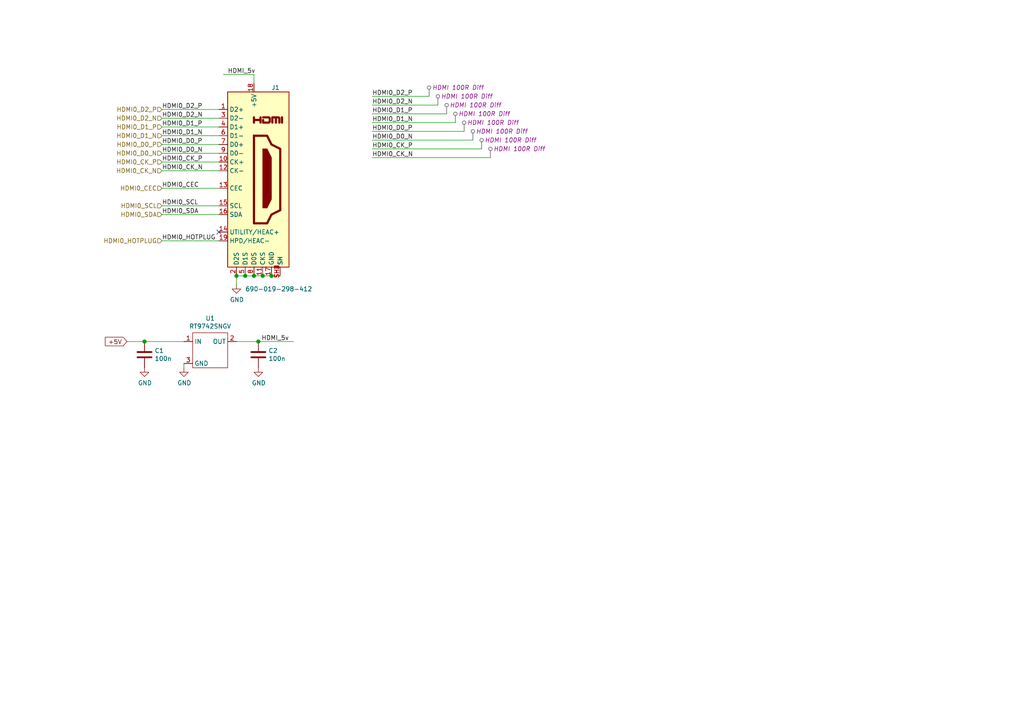
<source format=kicad_sch>
(kicad_sch (version 20230121) (generator eeschema)
  (paper "A4")
  (lib_symbols
    (symbol "CM4IO:HDMI_A_1.4"
      (property "Reference" "J" (at -6.35 26.67 0))
      (property "Value" "HDMI_A_1.4" (at 10.16 26.67 0))
      (symbol "HDMI_A_1.4_0_0"
        (polyline (pts (xy 8.128 16.51) (xy 8.128 18.034)) (stroke (width 0.635)))
        (polyline (pts (xy 0 16.51) (xy 0 18.034) (xy 0 17.272) (xy 1.905 17.272) (xy 1.905 18.034) (xy 1.905 16.51)) (stroke (width 0.635)))
        (polyline (pts (xy 2.667 18.034) (xy 4.318 18.034) (xy 4.572 17.78) (xy 4.572 16.764) (xy 4.318 16.51) (xy 2.667 16.51) (xy 2.667 17.272)) (stroke (width 0.635)))
        (pin passive line (at 7.62 -27.94 90) (length 2.54) (name "SH") (number "SH2"))
        (pin passive line (at 7.62 -27.94 90) (length 2.54) (name "SH") (number "SH3"))
        (pin passive line (at 7.62 -27.94 90) (length 2.54) (name "SH") (number "SH4"))
      )
      (symbol "HDMI_A_1.4_0_1"
        (rectangle (start -7.62 25.4) (end 10.16 -25.4) (stroke (width 0.254)) (fill (type background)))
        (polyline (pts (xy 2.54 8.89) (xy 3.81 8.89) (xy 5.08 6.35) (xy 5.08 -5.715) (xy 3.81 -8.255) (xy 2.54 -8.255) (xy 2.54 8.89)) (fill (type outline)))
        (polyline (pts (xy 5.334 16.51) (xy 5.334 18.034) (xy 6.35 18.034) (xy 6.35 16.51) (xy 6.35 18.034) (xy 7.112 18.034) (xy 7.366 17.78) (xy 7.366 16.51)) (stroke (width 0.635)))
        (polyline (pts (xy 0 12.7) (xy 0 -12.7) (xy 3.81 -12.7) (xy 5.08 -10.16) (xy 7.62 -8.89) (xy 7.62 8.89) (xy 5.08 10.16) (xy 3.81 12.7) (xy 0 12.7)) (stroke (width 0.635)))
      )
      (symbol "HDMI_A_1.4_1_1"
        (pin passive line (at -10.16 20.32 0) (length 2.54) (name "D2+") (number "1"))
        (pin passive line (at -10.16 5.08 0) (length 2.54) (name "CK+") (number "10"))
        (pin power_in line (at 2.54 -27.94 90) (length 2.54) (name "CKS") (number "11"))
        (pin passive line (at -10.16 2.54 0) (length 2.54) (name "CK-") (number "12"))
        (pin bidirectional line (at -10.16 -2.54 0) (length 2.54) (name "CEC") (number "13"))
        (pin passive line (at -10.16 -15.24 0) (length 2.54) (name "UTILITY/HEAC+") (number "14"))
        (pin passive line (at -10.16 -7.62 0) (length 2.54) (name "SCL") (number "15"))
        (pin bidirectional line (at -10.16 -10.16 0) (length 2.54) (name "SDA") (number "16"))
        (pin power_in line (at 5.08 -27.94 90) (length 2.54) (name "GND") (number "17"))
        (pin power_in line (at 0 27.94 270) (length 2.54) (name "+5V") (number "18"))
        (pin passive line (at -10.16 -17.78 0) (length 2.54) (name "HPD/HEAC-") (number "19"))
        (pin power_in line (at -5.08 -27.94 90) (length 2.54) (name "D2S") (number "2"))
        (pin passive line (at -10.16 17.78 0) (length 2.54) (name "D2-") (number "3"))
        (pin passive line (at -10.16 15.24 0) (length 2.54) (name "D1+") (number "4"))
        (pin power_in line (at -2.54 -27.94 90) (length 2.54) (name "D1S") (number "5"))
        (pin passive line (at -10.16 12.7 0) (length 2.54) (name "D1-") (number "6"))
        (pin passive line (at -10.16 10.16 0) (length 2.54) (name "D0+") (number "7"))
        (pin power_in line (at 0 -27.94 90) (length 2.54) (name "D0S") (number "8"))
        (pin passive line (at -10.16 7.62 0) (length 2.54) (name "D0-") (number "9"))
        (pin passive line (at 7.62 -27.94 90) (length 2.54) (name "SH") (number "SH1"))
      )
    )
    (symbol "CM4IO:RT9742SNGV"
      (property "Reference" "U12" (at 2.54 10.541 0))
      (property "Value" "RT9742SNGV" (at 2.54 8.2296 0))
      (symbol "RT9742SNGV_0_1"
        (rectangle (start -2.54 6.35) (end 7.62 -3.81))
      )
      (symbol "RT9742SNGV_1_1"
        (pin power_in line (at -5.08 3.81 0) (length 2.54) (name "IN") (number "1"))
        (pin output line (at 10.16 3.81 180) (length 2.54) (name "OUT") (number "2"))
        (pin power_in line (at -5.08 -2.54 0) (length 2.54) (name "GND") (number "3"))
      )
    )
    (symbol "Device:C" (pin_numbers hide) (pin_names (offset 0.254))
      (property "Reference" "C" (at 0.635 2.54 0))
      (property "Value" "C" (at 0.635 -2.54 0))
      (symbol "C_0_1"
        (polyline (pts (xy -2.032 -0.762) (xy 2.032 -0.762)) (stroke (width 0.508)))
        (polyline (pts (xy -2.032 0.762) (xy 2.032 0.762)) (stroke (width 0.508)))
      )
      (symbol "C_1_1"
        (pin passive line (at 0 3.81 270) (length 2.794) (name "~") (number "1"))
        (pin passive line (at 0 -3.81 90) (length 2.794) (name "~") (number "2"))
      )
    )
    (symbol "power:GND" (power) (pin_names (offset 0))
      (property "Value" "GND" (at 0 -3.81 0))
      (symbol "GND_0_1"
        (polyline (pts (xy 0 0) (xy 0 -1.27) (xy 1.27 -1.27) (xy 0 -2.54) (xy -1.27 -1.27) (xy 0 -1.27)))
      )
      (symbol "GND_1_1"
        (pin power_in line (at 0 0 270) (length 0) hide (name "GND") (number "1"))
      )
    )
  )
  (junction (at 41.91 99.06) (diameter 1.016))
  (junction (at 78.74 80.01) (diameter 1.016))
  (junction (at 68.58 80.01) (diameter 1.016))
  (junction (at 76.2 80.01) (diameter 1.016))
  (junction (at 71.12 80.01) (diameter 1.016))
  (junction (at 74.93 99.06) (diameter 1.016))
  (junction (at 73.66 80.01) (diameter 1.016))
  (no_connect (at 63.5 67.31))
  (wire (pts (xy 78.74 80.01) (xy 81.28 80.01)))
  (wire (pts (xy 46.99 69.85) (xy 63.5 69.85)))
  (wire (pts (xy 36.83 99.06) (xy 41.91 99.06)))
  (wire (pts (xy 73.66 80.01) (xy 76.2 80.01)))
  (wire (pts (xy 68.58 80.01) (xy 71.12 80.01)))
  (wire (pts (xy 68.58 80.01) (xy 68.58 82.55)))
  (wire (pts (xy 107.95 40.64) (xy 137.16 40.64)))
  (wire (pts (xy 46.99 34.29) (xy 63.5 34.29)))
  (wire (pts (xy 46.99 54.61) (xy 63.5 54.61)))
  (wire (pts (xy 107.95 43.18) (xy 139.7 43.18)))
  (wire (pts (xy 107.95 45.72) (xy 142.24 45.72)))
  (wire (pts (xy 73.66 21.59) (xy 73.66 24.13)))
  (wire (pts (xy 53.34 105.41) (xy 53.34 106.68)))
  (wire (pts (xy 74.93 99.06) (xy 85.09 99.06)))
  (wire (pts (xy 46.99 49.53) (xy 63.5 49.53)))
  (wire (pts (xy 107.95 33.02) (xy 129.54 33.02)))
  (wire (pts (xy 46.99 46.99) (xy 63.5 46.99)))
  (wire (pts (xy 76.2 80.01) (xy 78.74 80.01)))
  (wire (pts (xy 71.12 80.01) (xy 73.66 80.01)))
  (wire (pts (xy 107.95 27.94) (xy 124.46 27.94)))
  (wire (pts (xy 46.99 62.23) (xy 63.5 62.23)))
  (wire (pts (xy 107.95 35.56) (xy 132.08 35.56)))
  (wire (pts (xy 46.99 31.75) (xy 63.5 31.75)))
  (wire (pts (xy 46.99 41.91) (xy 63.5 41.91)))
  (wire (pts (xy 64.77 21.59) (xy 73.66 21.59)))
  (wire (pts (xy 46.99 36.83) (xy 63.5 36.83)))
  (wire (pts (xy 107.95 30.48) (xy 127 30.48)))
  (wire (pts (xy 46.99 59.69) (xy 63.5 59.69)))
  (wire (pts (xy 41.91 99.06) (xy 53.34 99.06)))
  (wire (pts (xy 107.95 38.1) (xy 134.62 38.1)))
  (wire (pts (xy 46.99 39.37) (xy 63.5 39.37)))
  (wire (pts (xy 46.99 44.45) (xy 63.5 44.45)))
  (wire (pts (xy 68.58 99.06) (xy 74.93 99.06)))
  (label "HDMI0_SCL" (at 46.99 59.69 0))
  (label "HDMI0_D1_N" (at 46.99 39.37 0))
  (label "HDMI0_D0_P" (at 46.99 41.91 0))
  (label "HDMI0_D0_N" (at 107.95 40.64 0))
  (label "HDMI0_CEC" (at 46.99 54.61 0))
  (label "HDMI0_CK_P" (at 107.95 43.18 0))
  (label "HDMI0_D2_P" (at 107.95 27.94 0))
  (label "HDMI0_D2_N" (at 107.95 30.48 0))
  (label "HDMI0_SDA" (at 46.99 62.23 0))
  (label "HDMI0_D1_N" (at 107.95 35.56 0))
  (label "HDMI0_D1_P" (at 107.95 33.02 0))
  (label "HDMI0_D0_P" (at 107.95 38.1 0))
  (label "HDMI_5v" (at 66.04 21.59 0))
  (label "HDMI0_D2_N" (at 46.99 34.29 0))
  (label "HDMI0_D1_P" (at 46.99 36.83 0))
  (label "HDMI0_CK_P" (at 46.99 46.99 0))
  (label "HDMI0_D2_P" (at 46.99 31.75 0))
  (label "HDMI0_D0_N" (at 46.99 44.45 0))
  (label "HDMI_5v" (at 83.82 99.06 180))
  (label "HDMI0_CK_N" (at 46.99 49.53 0))
  (label "HDMI0_HOTPLUG" (at 46.99 69.85 0))
  (label "HDMI0_CK_N" (at 107.95 45.72 0))
  (global_label "+5V" (shape input) (at 36.83 99.06 180) (property "Intersheetrefs" "${INTERSHEET_REFS}" (effects hide)))
  (hierarchical_label "HDMI0_HOTPLUG" (shape input) (at 46.99 69.85 180))
  (hierarchical_label "HDMI0_CEC" (shape input) (at 46.99 54.61 180))
  (hierarchical_label "HDMI0_CK_N" (shape input) (at 46.99 49.53 180))
  (hierarchical_label "HDMI0_CK_P" (shape input) (at 46.99 46.99 180))
  (hierarchical_label "HDMI0_SCL" (shape input) (at 46.99 59.69 180))
  (hierarchical_label "HDMI0_D2_N" (shape input) (at 46.99 34.29 180))
  (hierarchical_label "HDMI0_D0_N" (shape input) (at 46.99 44.45 180))
  (hierarchical_label "HDMI0_D1_P" (shape input) (at 46.99 36.83 180))
  (hierarchical_label "HDMI0_D2_P" (shape input) (at 46.99 31.75 180))
  (hierarchical_label "HDMI0_SDA" (shape input) (at 46.99 62.23 180))
  (hierarchical_label "HDMI0_D1_N" (shape input) (at 46.99 39.37 180))
  (hierarchical_label "HDMI0_D0_P" (shape input) (at 46.99 41.91 180))
  (netclass_flag "" (length 2.54) (shape round) (at 137.16 40.64 0) (property "Netclass" "HDMI 100R Diff" (at 138.049 38.1 0) (effects (font italic) (justify left))))
  (netclass_flag "" (length 2.54) (shape round) (at 139.7 43.18 0) (property "Netclass" "HDMI 100R Diff" (at 140.589 40.64 0) (effects (font italic) (justify left))))
  (netclass_flag "" (length 2.54) (shape round) (at 127 30.48 0) (property "Netclass" "HDMI 100R Diff" (at 127.889 27.94 0) (effects (font italic) (justify left))))
  (netclass_flag "" (length 2.54) (shape round) (at 134.62 38.1 0) (property "Netclass" "HDMI 100R Diff" (at 135.509 35.56 0) (effects (font italic) (justify left))))
  (netclass_flag "" (length 2.54) (shape round) (at 129.54 33.02 0) (property "Netclass" "HDMI 100R Diff" (at 130.429 30.48 0) (effects (font italic) (justify left))))
  (netclass_flag "" (length 2.54) (shape round) (at 124.46 27.94 0) (property "Netclass" "HDMI 100R Diff" (at 125.349 25.4 0) (effects (font italic) (justify left))))
  (netclass_flag "" (length 2.54) (shape round) (at 142.24 45.72 0) (property "Netclass" "HDMI 100R Diff" (at 143.129 43.18 0) (effects (font italic) (justify left))))
  (netclass_flag "" (length 2.54) (shape round) (at 132.08 35.56 0) (property "Netclass" "HDMI 100R Diff" (at 132.969 33.02 0) (effects (font italic) (justify left))))
  (symbol (lib_id "power:GND") (at 68.58 82.55 0) (unit 1)
    (property "Reference" "#PWR07" (effects hide))
    (property "Value" "GND" (at 68.707 86.9442 0))
    (instances (project "rpi-cm4-base-carrier" (path "" (reference "#PWR07") (unit 1))) (project "CM4IOv5" (path "" (reference "#PWR0128") (unit 1))))
  )
  (symbol (lib_id "Device:C") (at 74.93 102.87 0) (unit 1)
    (property "Reference" "C2" (at 77.851 101.7016 0) (effects (justify left)))
    (property "Value" "100n" (at 77.851 104.013 0) (effects (justify left)))
    (property "Footprint" "Capacitor_SMD:C_0402_1005Metric" (effects hide))
    (property "Datasheet" "https://search.murata.co.jp/Ceramy/image/img/A01X/G101/ENG/GRM155R71C104KA88-01.pdf" (effects hide))
    (property "Field4" "Farnell" (effects hide))
    (property "Field5" "2611911" (effects hide))
    (property "Field6" "RM EMK105 B7104KV-F" (effects hide))
    (property "Field7" "TAIYO YUDEN EUROPE GMBH" (effects hide))
    (property "Part Description" "	0.1uF 10% 16V Ceramic Capacitor X7R 0402 (1005 Metric)" (effects hide))
    (property "Field8" "110091611" (effects hide))
    (instances (project "rpi-cm4-base-carrier" (path "" (reference "C2") (unit 1))) (project "CM4IOv5" (path "" (reference "C13") (unit 1))))
  )
  (symbol (lib_id "power:GND") (at 53.34 106.68 0) (unit 1)
    (property "Reference" "#PWR06" (effects hide))
    (property "Value" "GND" (at 53.467 111.0742 0))
    (instances (project "rpi-cm4-base-carrier" (path "" (reference "#PWR06") (unit 1))) (project "CM4IOv5" (path "" (reference "#PWR0138") (unit 1))))
  )
  (symbol (lib_id "CM4IO:RT9742SNGV") (at 58.42 102.87 0) (unit 1)
    (property "Reference" "U1" (at 60.96 92.329 0))
    (property "Value" "RT9742SNGV" (at 60.96 94.6404 0))
    (property "Footprint" "Package_TO_SOT_SMD:SOT-23" (effects hide))
    (property "Datasheet" "https://www.richtek.com/assets/product_file/RT9742/DS9742-09.pdf" (effects hide))
    (property "Field4" "Farnell" (effects hide))
    (property "Field5" "2575555" (effects hide))
    (property "Field6" "RT9742SNGV" (effects hide))
    (property "Field7" "RichTek" (effects hide))
    (property "Part Description" "Power Switch/Driver 1:1 N-Channel 500mA SOT-23-3" (effects hide))
    (property "Field8" "USWI00155" (effects hide))
    (instances (project "rpi-cm4-base-carrier" (path "" (reference "U1") (unit 1))) (project "CM4IOv5" (path "" (reference "U12") (unit 1))))
  )
  (symbol (lib_id "Device:C") (at 41.91 102.87 0) (unit 1)
    (property "Reference" "C1" (at 44.831 101.7016 0) (effects (justify left)))
    (property "Value" "100n" (at 44.831 104.013 0) (effects (justify left)))
    (property "Footprint" "Capacitor_SMD:C_0402_1005Metric" (effects hide))
    (property "Datasheet" "https://search.murata.co.jp/Ceramy/image/img/A01X/G101/ENG/GRM155R71C104KA88-01.pdf" (effects hide))
    (property "Field4" "Farnell" (effects hide))
    (property "Field5" "2611911" (effects hide))
    (property "Field6" "RM EMK105 B7104KV-F" (effects hide))
    (property "Field7" "TAIYO YUDEN EUROPE GMBH" (effects hide))
    (property "Part Description" "	0.1uF 10% 16V Ceramic Capacitor X7R 0402 (1005 Metric)" (effects hide))
    (property "Field8" "110091611" (effects hide))
    (instances (project "rpi-cm4-base-carrier" (path "" (reference "C1") (unit 1))) (project "CM4IOv5" (path "" (reference "C12") (unit 1))))
  )
  (symbol (lib_id "power:GND") (at 74.93 106.68 0) (unit 1)
    (property "Reference" "#PWR08" (effects hide))
    (property "Value" "GND" (at 75.057 111.0742 0))
    (instances (project "rpi-cm4-base-carrier" (path "" (reference "#PWR08") (unit 1))) (project "CM4IOv5" (path "" (reference "#PWR0136") (unit 1))))
  )
  (symbol (lib_id "CM4IO:HDMI_A_1.4") (at 73.66 52.07 0) (unit 1)
    (property "Reference" "J1" (at 78.74 25.4 0) (effects (justify left)))
    (property "Value" "690-019-298-412" (at 71.12 83.82 0) (effects (justify left)))
    (property "Footprint" "CM4IO:EDAC 690-019-298-412" (effects hide))
    (property "Datasheet" "https://www.tme.eu/Document/f15dffbcfad8545e17826f72d36911c8/206A-SEAN-R03.pdf" (effects hide))
    (property "Field4" "Farnell" (effects hide))
    (property "Field5" "2614936" (effects hide))
    (property "Field6" "690-019-298-412" (effects hide))
    (property "Field7" "EDAC" (effects hide))
    (property "Part Description" "HDMI Connector, Right Angle, 19 Contacts, Receptacle, Surface Mount, Surface Mount Right Angle" (effects hide))
    (property "Field8" "UCON00802" (effects hide))
    (instances (project "rpi-cm4-base-carrier" (path "" (reference "J1") (unit 1))) (project "CM4IOv5" (path "" (reference "J22") (unit 1))))
  )
  (symbol (lib_id "power:GND") (at 41.91 106.68 0) (unit 1)
    (property "Reference" "#PWR05" (effects hide))
    (property "Value" "GND" (at 42.037 111.0742 0))
    (instances (project "rpi-cm4-base-carrier" (path "" (reference "#PWR05") (unit 1))) (project "CM4IOv5" (path "" (reference "#PWR0137") (unit 1))))
  )
)
</source>
